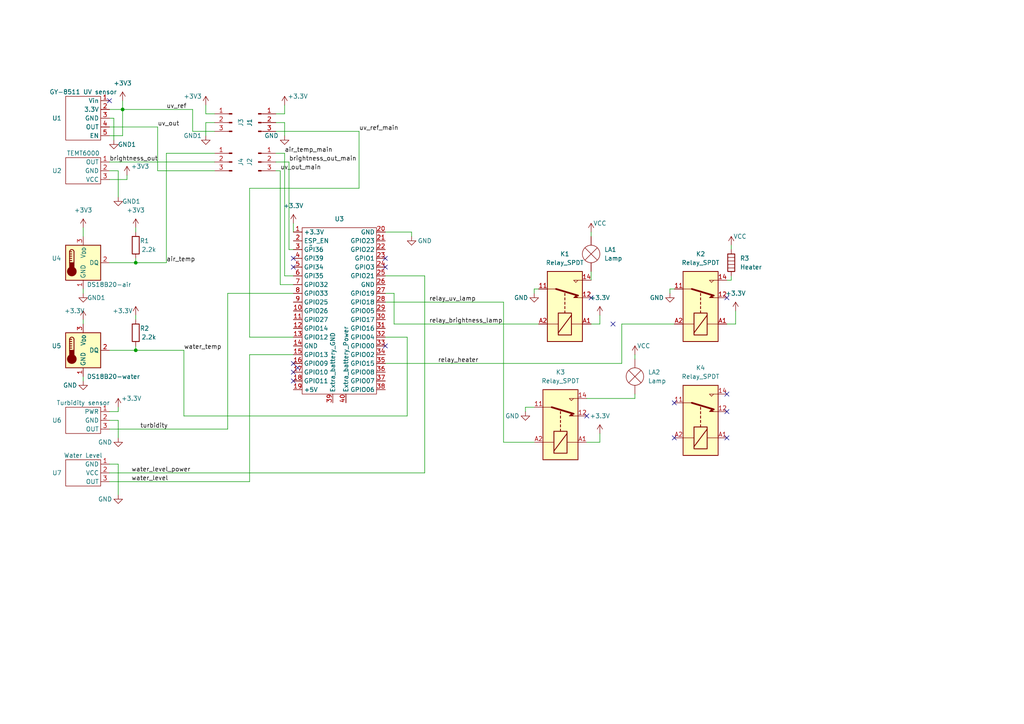
<source format=kicad_sch>
(kicad_sch (version 20230121) (generator eeschema)
  (paper "A4")
  (lib_symbols
    (symbol "Connector:Conn_01x03_Pin" (pin_names (offset 1.016) hide)
      (property "Reference" "J" (at 0 5.08 0))
      (property "Value" "Conn_01x03_Pin" (at 0 -5.08 0))
      (symbol "Conn_01x03_Pin_1_1"
        (polyline (pts (xy 1.27 -2.54) (xy 0.8636 -2.54)) (stroke (width 0.1524)))
        (polyline (pts (xy 1.27 0) (xy 0.8636 0)) (stroke (width 0.1524)))
        (polyline (pts (xy 1.27 2.54) (xy 0.8636 2.54)) (stroke (width 0.1524)))
        (rectangle (start 0.8636 -2.413) (end 0 -2.667) (stroke (width 0.1524)) (fill (type outline)))
        (rectangle (start 0.8636 0.127) (end 0 -0.127) (stroke (width 0.1524)) (fill (type outline)))
        (rectangle (start 0.8636 2.667) (end 0 2.413) (stroke (width 0.1524)) (fill (type outline)))
        (pin passive line (at 5.08 2.54 180) (length 3.81) (name "Pin_1") (number "1"))
        (pin passive line (at 5.08 0 180) (length 3.81) (name "Pin_2") (number "2"))
        (pin passive line (at 5.08 -2.54 180) (length 3.81) (name "Pin_3") (number "3"))
      )
    )
    (symbol "Device:Heater" (pin_numbers hide) (pin_names (offset 0))
      (property "Reference" "R" (at 2.032 0 90))
      (property "Value" "Heater" (at -2.032 0 90))
      (symbol "Heater_0_1"
        (rectangle (start -1.016 -2.54) (end 1.016 2.54) (stroke (width 0.254)))
        (polyline (pts (xy -1.016 1.524) (xy 1.016 1.524)))
        (polyline (pts (xy 1.016 -1.524) (xy -1.016 -1.524)))
        (polyline (pts (xy 1.016 -0.508) (xy -1.016 -0.508)))
        (polyline (pts (xy 1.016 0.508) (xy -1.016 0.508)))
      )
      (symbol "Heater_1_1"
        (pin passive line (at 0 3.81 270) (length 1.27) (name "~") (number "1"))
        (pin passive line (at 0 -3.81 90) (length 1.27) (name "~") (number "2"))
      )
    )
    (symbol "Device:Lamp" (pin_numbers hide) (pin_names (offset 0.0254) hide)
      (property "Reference" "LA" (at 0.635 3.81 0))
      (property "Value" "Lamp" (at 0.635 -3.81 0))
      (symbol "Lamp_0_1"
        (polyline (pts (xy -1.778 1.778) (xy 1.778 -1.778)))
        (polyline (pts (xy 1.778 1.778) (xy -1.778 -1.778)))
        (circle (center 0 0) (radius 2.54))
      )
      (symbol "Lamp_1_1"
        (pin passive line (at 0 -5.08 90) (length 2.54) (name "-") (number "1"))
        (pin passive line (at 0 5.08 270) (length 2.54) (name "+") (number "2"))
      )
    )
    (symbol "Device:R" (pin_numbers hide) (pin_names (offset 0))
      (property "Reference" "R" (at 2.032 0 90))
      (property "Value" "R" (at 0 0 90))
      (symbol "R_0_1"
        (rectangle (start -1.016 -2.54) (end 1.016 2.54) (stroke (width 0.254)))
      )
      (symbol "R_1_1"
        (pin passive line (at 0 3.81 270) (length 1.27) (name "~") (number "1"))
        (pin passive line (at 0 -3.81 90) (length 1.27) (name "~") (number "2"))
      )
    )
    (symbol "Diplomna:DFROBOT_-_SEN0189_-_turbidity_sensor"
      (property "Reference" "U" (at -3.81 2.54 0))
      (symbol "DFROBOT_-_SEN0189_-_turbidity_sensor_0_1"
        (rectangle (start -5.08 1.27) (end 5.08 -6.35))
      )
      (symbol "DFROBOT_-_SEN0189_-_turbidity_sensor_1_1"
        (pin power_in line (at 7.62 0 180) (length 2.54) (name "PWR") (number "1"))
        (pin power_in line (at 7.62 -2.54 180) (length 2.54) (name "GND") (number "2"))
        (pin output line (at 7.62 -5.08 180) (length 2.54) (name "OUT") (number "3"))
      )
    )
    (symbol "Diplomna:GY-8511_UV_sensor"
      (property "Reference" "U" (at 2.54 5.08 0))
      (symbol "GY-8511_UV_sensor_0_1"
        (rectangle (start 0 3.81) (end 10.16 -8.89))
      )
      (symbol "GY-8511_UV_sensor_1_1"
        (pin power_in line (at 12.7 2.54 180) (length 2.54) (name "Vin") (number "1"))
        (pin power_in line (at 12.7 0 180) (length 2.54) (name "3.3V") (number "2"))
        (pin power_in line (at 12.7 -2.54 180) (length 2.54) (name "GND") (number "3"))
        (pin output line (at 12.7 -5.08 180) (length 2.54) (name "OUT") (number "4"))
        (pin passive line (at 12.7 -7.62 180) (length 2.54) (name "EN") (number "5"))
      )
    )
    (symbol "Diplomna:TEMT6000"
      (property "Reference" "U" (at -5.08 5.08 0))
      (symbol "TEMT6000_0_0"
        (text "" (at 1.27 0 0) (effects (font (size 1.27 1.27))))
      )
      (symbol "TEMT6000_0_1"
        (rectangle (start -7.62 3.81) (end 2.54 -3.81))
      )
      (symbol "TEMT6000_1_1"
        (pin output line (at 5.08 2.54 180) (length 2.54) (name "OUT") (number "1"))
        (pin power_in line (at 5.08 0 180) (length 2.54) (name "GND") (number "2"))
        (pin power_in line (at 5.08 -2.54 180) (length 2.54) (name "VCC") (number "3"))
      )
    )
    (symbol "Diplomna:Water_Level_Sensor"
      (property "Reference" "U" (at -36.83 20.32 0))
      (symbol "Water_Level_Sensor_0_1"
        (rectangle (start -5.08 2.54) (end 5.08 -5.08))
      )
      (symbol "Water_Level_Sensor_1_1"
        (pin power_in line (at 7.62 1.27 180) (length 2.54) (name "GND") (number "1"))
        (pin power_in line (at 7.62 -1.27 180) (length 2.54) (name "VCC") (number "2"))
        (pin output line (at 7.62 -3.81 180) (length 2.54) (name "OUT") (number "3"))
      )
    )
    (symbol "Diplomna:olimex-esp32-devkit-lipo-d2"
      (property "Reference" "U" (at 0 6.35 0))
      (symbol "olimex-esp32-devkit-lipo-d2_0_1"
        (rectangle (start -2.54 5.08) (end 19.05 -43.18))
      )
      (symbol "olimex-esp32-devkit-lipo-d2_1_1"
        (pin power_out line (at -5.08 3.81 0) (length 2.54) (name "+3.3V") (number "1"))
        (pin bidirectional line (at -5.08 -19.05 0) (length 2.54) (name "GPIO26") (number "10"))
        (pin bidirectional line (at -5.08 -21.59 0) (length 2.54) (name "GPIO27") (number "11"))
        (pin bidirectional line (at -5.08 -24.13 0) (length 2.54) (name "GPIO14") (number "12"))
        (pin bidirectional line (at -5.08 -26.67 0) (length 2.54) (name "GPIO12") (number "13"))
        (pin power_out line (at -5.08 -29.21 0) (length 2.54) (name "GND") (number "14"))
        (pin bidirectional line (at -5.08 -31.75 0) (length 2.54) (name "GPIO13") (number "15"))
        (pin bidirectional line (at -5.08 -34.29 0) (length 2.54) (name "GPIO09") (number "16"))
        (pin bidirectional line (at -5.08 -36.83 0) (length 2.54) (name "GPIO10") (number "17"))
        (pin bidirectional line (at -5.08 -39.37 0) (length 2.54) (name "GPIO11") (number "18"))
        (pin power_out line (at -5.08 -41.91 0) (length 2.54) (name "+5V") (number "19"))
        (pin passive line (at -5.08 1.27 0) (length 2.54) (name "ESP_EN") (number "2"))
        (pin power_out line (at 21.59 3.81 180) (length 2.54) (name "GND") (number "20"))
        (pin bidirectional line (at 21.59 1.27 180) (length 2.54) (name "GPIO23") (number "21"))
        (pin bidirectional line (at 21.59 -1.27 180) (length 2.54) (name "GPIO22") (number "22"))
        (pin bidirectional line (at 21.59 -3.81 180) (length 2.54) (name "GPIO1") (number "23"))
        (pin bidirectional line (at 21.59 -6.35 180) (length 2.54) (name "GPIO3") (number "24"))
        (pin bidirectional line (at 21.59 -8.89 180) (length 2.54) (name "GPIO21") (number "25"))
        (pin power_out line (at 21.59 -11.43 180) (length 2.54) (name "GND") (number "26"))
        (pin bidirectional line (at 21.59 -13.97 180) (length 2.54) (name "GPIO19") (number "27"))
        (pin bidirectional line (at 21.59 -16.51 180) (length 2.54) (name "GPIO18") (number "28"))
        (pin bidirectional line (at 21.59 -19.05 180) (length 2.54) (name "GPIO05") (number "29"))
        (pin bidirectional line (at -5.08 -1.27 0) (length 2.54) (name "GPI36") (number "3"))
        (pin bidirectional line (at 21.59 -21.59 180) (length 2.54) (name "GPIO17") (number "30"))
        (pin bidirectional line (at 21.59 -24.13 180) (length 2.54) (name "GPIO16") (number "31"))
        (pin bidirectional line (at 21.59 -26.67 180) (length 2.54) (name "GPIO04") (number "32"))
        (pin bidirectional line (at 21.59 -29.21 180) (length 2.54) (name "GPIO00") (number "33"))
        (pin bidirectional line (at 21.59 -31.75 180) (length 2.54) (name "GPIO02") (number "34"))
        (pin bidirectional line (at 21.59 -34.29 180) (length 2.54) (name "GPIO15") (number "35"))
        (pin bidirectional line (at 21.59 -36.83 180) (length 2.54) (name "GPIO08") (number "36"))
        (pin bidirectional line (at 21.59 -39.37 180) (length 2.54) (name "GPIO07") (number "37"))
        (pin bidirectional line (at 21.59 -41.91 180) (length 2.54) (name "GPIO06") (number "38"))
        (pin power_in line (at 6.35 -45.72 90) (length 2.54) (name "Extra_battery_GND") (number "39"))
        (pin bidirectional line (at -5.08 -3.81 0) (length 2.54) (name "GPI39") (number "4"))
        (pin power_in line (at 10.16 -45.72 90) (length 2.54) (name "Extra_battery_Power") (number "40"))
        (pin bidirectional line (at -5.08 -6.35 0) (length 2.54) (name "GPI34") (number "5"))
        (pin bidirectional line (at -5.08 -8.89 0) (length 2.54) (name "GPI35") (number "6"))
        (pin bidirectional line (at -5.08 -11.43 0) (length 2.54) (name "GPIO32") (number "7"))
        (pin bidirectional line (at -5.08 -13.97 0) (length 2.54) (name "GPIO33") (number "8"))
        (pin bidirectional line (at -5.08 -16.51 0) (length 2.54) (name "GPIO25") (number "9"))
      )
    )
    (symbol "Relay:Relay_SPDT"
      (property "Reference" "K" (at 11.43 3.81 0))
      (property "Value" "Relay_SPDT" (at 11.43 1.27 0))
      (symbol "Relay_SPDT_0_0"
        (polyline (pts (xy 7.62 5.08) (xy 7.62 2.54) (xy 6.985 3.175) (xy 7.62 3.81)))
      )
      (symbol "Relay_SPDT_0_1"
        (rectangle (start -10.16 5.08) (end 10.16 -5.08) (stroke (width 0.254)) (fill (type background)))
        (rectangle (start -8.255 1.905) (end -1.905 -1.905) (stroke (width 0.254)))
        (polyline (pts (xy -7.62 -1.905) (xy -2.54 1.905)) (stroke (width 0.254)))
        (polyline (pts (xy -5.08 -5.08) (xy -5.08 -1.905)))
        (polyline (pts (xy -5.08 5.08) (xy -5.08 1.905)))
        (polyline (pts (xy -1.905 0) (xy -1.27 0)) (stroke (width 0.254)))
        (polyline (pts (xy -0.635 0) (xy 0 0)) (stroke (width 0.254)))
        (polyline (pts (xy 0.635 0) (xy 1.27 0)) (stroke (width 0.254)))
        (polyline (pts (xy 1.905 0) (xy 2.54 0)) (stroke (width 0.254)))
        (polyline (pts (xy 3.175 0) (xy 3.81 0)) (stroke (width 0.254)))
        (polyline (pts (xy 5.08 -2.54) (xy 3.175 3.81)) (stroke (width 0.508)))
        (polyline (pts (xy 5.08 -2.54) (xy 5.08 -5.08)))
        (polyline (pts (xy 2.54 5.08) (xy 2.54 2.54) (xy 3.175 3.175) (xy 2.54 3.81)) (fill (type outline)))
      )
      (symbol "Relay_SPDT_1_1"
        (pin passive line (at 5.08 -7.62 90) (length 2.54) (name "~") (number "11"))
        (pin passive line (at 2.54 7.62 270) (length 2.54) (name "~") (number "12"))
        (pin passive line (at 7.62 7.62 270) (length 2.54) (name "~") (number "14"))
        (pin passive line (at -5.08 7.62 270) (length 2.54) (name "~") (number "A1"))
        (pin passive line (at -5.08 -7.62 90) (length 2.54) (name "~") (number "A2"))
      )
    )
    (symbol "Sensor_Temperature:DS18B20"
      (property "Reference" "U" (at -3.81 6.35 0))
      (property "Value" "DS18B20" (at 6.35 6.35 0))
      (symbol "DS18B20_0_1"
        (rectangle (start -5.08 5.08) (end 5.08 -5.08) (stroke (width 0.254)) (fill (type background)))
        (circle (center -3.302 -2.54) (radius 1.27) (stroke (width 0.254)) (fill (type outline)))
        (rectangle (start -2.667 -1.905) (end -3.937 0) (stroke (width 0.254)) (fill (type outline)))
        (arc (start -2.667 3.175) (mid -3.302 3.8073) (end -3.937 3.175) (stroke (width 0.254)))
        (polyline (pts (xy -3.937 0.635) (xy -3.302 0.635)) (stroke (width 0.254)))
        (polyline (pts (xy -3.937 1.27) (xy -3.302 1.27)) (stroke (width 0.254)))
        (polyline (pts (xy -3.937 1.905) (xy -3.302 1.905)) (stroke (width 0.254)))
        (polyline (pts (xy -3.937 2.54) (xy -3.302 2.54)) (stroke (width 0.254)))
        (polyline (pts (xy -3.937 3.175) (xy -3.937 0)) (stroke (width 0.254)))
        (polyline (pts (xy -3.937 3.175) (xy -3.302 3.175)) (stroke (width 0.254)))
        (polyline (pts (xy -2.667 3.175) (xy -2.667 0)) (stroke (width 0.254)))
      )
      (symbol "DS18B20_1_1"
        (pin power_in line (at 0 -7.62 90) (length 2.54) (name "GND") (number "1"))
        (pin bidirectional line (at 7.62 0 180) (length 2.54) (name "DQ") (number "2"))
        (pin power_in line (at 0 7.62 270) (length 2.54) (name "V_{DD}") (number "3"))
      )
    )
    (symbol "esp32:GND" (power) (pin_names (offset 0))
      (property "Value" "GND" (at 0 -3.81 0))
      (symbol "GND_0_1"
        (polyline (pts (xy 0 0) (xy 0 -1.27) (xy 1.27 -1.27) (xy 0 -2.54) (xy -1.27 -1.27) (xy 0 -1.27)))
      )
      (symbol "GND_1_1"
        (pin power_in line (at 0 0 270) (length 0) hide (name "GND") (number "1"))
      )
    )
    (symbol "power:+3.3V" (power) (pin_names (offset 0))
      (property "Value" "+3.3V" (at 0 3.556 0))
      (symbol "+3.3V_0_1"
        (polyline (pts (xy -0.762 1.27) (xy 0 2.54)))
        (polyline (pts (xy 0 0) (xy 0 2.54)))
        (polyline (pts (xy 0 2.54) (xy 0.762 1.27)))
      )
      (symbol "+3.3V_1_1"
        (pin power_in line (at 0 0 90) (length 0) hide (name "+3.3V") (number "1"))
      )
    )
    (symbol "power:+3V3" (power) (pin_names (offset 0))
      (property "Value" "+3V3" (at 0 3.556 0))
      (symbol "+3V3_0_1"
        (polyline (pts (xy -0.762 1.27) (xy 0 2.54)))
        (polyline (pts (xy 0 0) (xy 0 2.54)))
        (polyline (pts (xy 0 2.54) (xy 0.762 1.27)))
      )
      (symbol "+3V3_1_1"
        (pin power_in line (at 0 0 90) (length 0) hide (name "+3V3") (number "1"))
      )
    )
    (symbol "power:GND1" (power) (pin_names (offset 0))
      (property "Value" "GND1" (at 0 -3.81 0))
      (symbol "GND1_0_1"
        (polyline (pts (xy 0 0) (xy 0 -1.27) (xy 1.27 -1.27) (xy 0 -2.54) (xy -1.27 -1.27) (xy 0 -1.27)))
      )
      (symbol "GND1_1_1"
        (pin power_in line (at 0 0 270) (length 0) hide (name "GND1") (number "1"))
      )
    )
    (symbol "power:VCC" (power) (pin_names (offset 0))
      (property "Value" "VCC" (at 0 3.81 0))
      (symbol "VCC_0_1"
        (polyline (pts (xy -0.762 1.27) (xy 0 2.54)))
        (polyline (pts (xy 0 0) (xy 0 2.54)))
        (polyline (pts (xy 0 2.54) (xy 0.762 1.27)))
      )
      (symbol "VCC_1_1"
        (pin power_in line (at 0 0 90) (length 0) hide (name "VCC") (number "1"))
      )
    )
  )
  (junction (at 35.56 31.75))
  (junction (at 39.37 76.2))
  (junction (at 39.37 101.6))
  (no_connect (at 86.36 106.68))
  (no_connect (at 210.82 114.3))
  (no_connect (at 177.8 93.98))
  (no_connect (at 210.82 127))
  (no_connect (at 111.76 74.93))
  (no_connect (at 31.75 29.21))
  (no_connect (at 111.76 77.47))
  (no_connect (at 171.45 86.36))
  (no_connect (at 85.09 105.41))
  (no_connect (at 111.76 100.33))
  (no_connect (at 85.09 107.95))
  (no_connect (at 85.09 77.47))
  (no_connect (at 195.58 127))
  (no_connect (at 85.09 74.93))
  (no_connect (at 210.82 119.38))
  (no_connect (at 210.82 86.36))
  (no_connect (at 195.58 116.84))
  (no_connect (at 85.09 110.49))
  (no_connect (at 170.18 120.65))
  (wire (pts (xy 171.45 78.74) (xy 171.45 81.28)))
  (wire (pts (xy 48.26 44.45) (xy 62.23 44.45)))
  (wire (pts (xy 36.83 52.07) (xy 36.83 50.8)))
  (wire (pts (xy 170.18 128.27) (xy 173.99 128.27)))
  (wire (pts (xy 35.56 39.37) (xy 35.56 31.75)))
  (wire (pts (xy 39.37 100.33) (xy 39.37 101.6)))
  (wire (pts (xy 80.01 38.1) (xy 104.14 38.1)))
  (wire (pts (xy 72.39 139.7) (xy 72.39 102.87)))
  (wire (pts (xy 118.11 97.79) (xy 118.11 120.65)))
  (wire (pts (xy 72.39 97.79) (xy 85.09 97.79)))
  (wire (pts (xy 24.13 83.82) (xy 24.13 85.09)))
  (wire (pts (xy 184.15 102.87) (xy 184.15 104.14)))
  (wire (pts (xy 45.72 49.53) (xy 62.23 49.53)))
  (wire (pts (xy 104.14 54.61) (xy 104.14 38.1)))
  (wire (pts (xy 31.75 46.99) (xy 62.23 46.99)))
  (wire (pts (xy 111.76 85.09) (xy 114.3 85.09)))
  (wire (pts (xy 180.34 105.41) (xy 180.34 93.98)))
  (wire (pts (xy 55.88 31.75) (xy 55.88 38.1)))
  (wire (pts (xy 66.04 85.09) (xy 85.09 85.09)))
  (wire (pts (xy 72.39 54.61) (xy 104.14 54.61)))
  (wire (pts (xy 35.56 29.21) (xy 35.56 31.75)))
  (wire (pts (xy 31.75 119.38) (xy 34.29 119.38)))
  (wire (pts (xy 82.55 80.01) (xy 82.55 44.45)))
  (wire (pts (xy 82.55 33.02) (xy 82.55 30.48)))
  (wire (pts (xy 39.37 74.93) (xy 39.37 76.2)))
  (wire (pts (xy 80.01 46.99) (xy 83.82 46.99)))
  (wire (pts (xy 80.01 33.02) (xy 82.55 33.02)))
  (wire (pts (xy 210.82 81.28) (xy 212.09 81.28)))
  (wire (pts (xy 154.94 85.09) (xy 154.94 83.82)))
  (wire (pts (xy 31.75 124.46) (xy 66.04 124.46)))
  (wire (pts (xy 111.76 87.63) (xy 146.05 87.63)))
  (wire (pts (xy 31.75 36.83) (xy 45.72 36.83)))
  (wire (pts (xy 31.75 52.07) (xy 36.83 52.07)))
  (wire (pts (xy 31.75 121.92) (xy 34.29 121.92)))
  (wire (pts (xy 39.37 91.44) (xy 39.37 92.71)))
  (wire (pts (xy 72.39 97.79) (xy 72.39 54.61)))
  (wire (pts (xy 152.4 118.11) (xy 154.94 118.11)))
  (wire (pts (xy 39.37 76.2) (xy 48.26 76.2)))
  (wire (pts (xy 62.23 38.1) (xy 55.88 38.1)))
  (wire (pts (xy 194.31 85.09) (xy 194.31 83.82)))
  (wire (pts (xy 83.82 46.99) (xy 83.82 72.39)))
  (wire (pts (xy 146.05 128.27) (xy 154.94 128.27)))
  (wire (pts (xy 34.29 134.62) (xy 34.29 143.51)))
  (wire (pts (xy 184.15 115.57) (xy 184.15 114.3)))
  (wire (pts (xy 81.28 82.55) (xy 85.09 82.55)))
  (wire (pts (xy 194.31 83.82) (xy 195.58 83.82)))
  (wire (pts (xy 111.76 97.79) (xy 118.11 97.79)))
  (wire (pts (xy 62.23 35.56) (xy 59.69 35.56)))
  (wire (pts (xy 33.02 34.29) (xy 33.02 40.64)))
  (wire (pts (xy 34.29 119.38) (xy 34.29 118.11)))
  (wire (pts (xy 53.34 120.65) (xy 53.34 101.6)))
  (wire (pts (xy 170.18 115.57) (xy 184.15 115.57)))
  (wire (pts (xy 66.04 124.46) (xy 66.04 85.09)))
  (wire (pts (xy 24.13 92.71) (xy 24.13 93.98)))
  (wire (pts (xy 212.09 71.12) (xy 212.09 72.39)))
  (wire (pts (xy 31.75 137.16) (xy 123.19 137.16)))
  (wire (pts (xy 62.23 33.02) (xy 59.69 33.02)))
  (wire (pts (xy 119.38 67.31) (xy 119.38 68.58)))
  (wire (pts (xy 210.82 93.98) (xy 213.36 93.98)))
  (wire (pts (xy 39.37 101.6) (xy 53.34 101.6)))
  (wire (pts (xy 85.09 64.77) (xy 85.09 67.31)))
  (wire (pts (xy 35.56 31.75) (xy 55.88 31.75)))
  (wire (pts (xy 24.13 109.22) (xy 24.13 110.49)))
  (wire (pts (xy 81.28 82.55) (xy 81.28 49.53)))
  (wire (pts (xy 171.45 67.31) (xy 171.45 68.58)))
  (wire (pts (xy 59.69 33.02) (xy 59.69 30.48)))
  (wire (pts (xy 31.75 139.7) (xy 72.39 139.7)))
  (wire (pts (xy 173.99 93.98) (xy 171.45 93.98)))
  (wire (pts (xy 180.34 93.98) (xy 195.58 93.98)))
  (wire (pts (xy 31.75 34.29) (xy 33.02 34.29)))
  (wire (pts (xy 154.94 83.82) (xy 156.21 83.82)))
  (wire (pts (xy 31.75 39.37) (xy 35.56 39.37)))
  (wire (pts (xy 39.37 76.2) (xy 31.75 76.2)))
  (wire (pts (xy 39.37 101.6) (xy 31.75 101.6)))
  (wire (pts (xy 72.39 102.87) (xy 85.09 102.87)))
  (wire (pts (xy 31.75 134.62) (xy 34.29 134.62)))
  (wire (pts (xy 34.29 49.53) (xy 31.75 49.53)))
  (wire (pts (xy 118.11 120.65) (xy 53.34 120.65)))
  (wire (pts (xy 173.99 128.27) (xy 173.99 125.73)))
  (wire (pts (xy 81.28 49.53) (xy 80.01 49.53)))
  (wire (pts (xy 114.3 93.98) (xy 156.21 93.98)))
  (wire (pts (xy 34.29 57.15) (xy 34.29 49.53)))
  (wire (pts (xy 80.01 44.45) (xy 82.55 44.45)))
  (wire (pts (xy 59.69 35.56) (xy 59.69 39.37)))
  (wire (pts (xy 80.01 35.56) (xy 82.55 35.56)))
  (wire (pts (xy 152.4 119.38) (xy 152.4 118.11)))
  (wire (pts (xy 48.26 76.2) (xy 48.26 44.45)))
  (wire (pts (xy 111.76 105.41) (xy 180.34 105.41)))
  (wire (pts (xy 82.55 80.01) (xy 85.09 80.01)))
  (wire (pts (xy 173.99 91.44) (xy 173.99 93.98)))
  (wire (pts (xy 34.29 121.92) (xy 34.29 127)))
  (wire (pts (xy 111.76 80.01) (xy 123.19 80.01)))
  (wire (pts (xy 31.75 31.75) (xy 35.56 31.75)))
  (wire (pts (xy 146.05 87.63) (xy 146.05 128.27)))
  (wire (pts (xy 212.09 81.28) (xy 212.09 80.01)))
  (wire (pts (xy 114.3 93.98) (xy 114.3 85.09)))
  (wire (pts (xy 83.82 72.39) (xy 85.09 72.39)))
  (wire (pts (xy 82.55 35.56) (xy 82.55 39.37)))
  (wire (pts (xy 123.19 137.16) (xy 123.19 80.01)))
  (wire (pts (xy 111.76 67.31) (xy 119.38 67.31)))
  (wire (pts (xy 213.36 93.98) (xy 213.36 90.17)))
  (wire (pts (xy 24.13 66.04) (xy 24.13 68.58)))
  (wire (pts (xy 39.37 66.04) (xy 39.37 67.31)))
  (wire (pts (xy 45.72 36.83) (xy 45.72 49.53)))
  (label "water_level" (at 38.1 139.7 0))
  (label "relay_heater" (at 127 105.41 0))
  (label "water_temp" (at 53.34 101.6 0))
  (label "air_temp_main" (at 82.55 44.45 0))
  (label "uv_out_main" (at 81.28 49.53 0))
  (label "brightness_out_main" (at 83.82 46.99 0))
  (label "uv_out" (at 45.72 36.83 0))
  (label "turbidity" (at 40.64 124.46 0))
  (label "uv_ref_main" (at 104.14 38.1 0))
  (label "air_temp" (at 48.26 76.2 0))
  (label "water_level_power" (at 38.1 137.16 0))
  (label "relay_uv_lamp" (at 124.46 87.63 0))
  (label "brightness_out" (at 31.75 46.99 0))
  (label "relay_brightness_lamp" (at 124.46 93.98 0))
  (label "uv_ref" (at 48.26 31.75 0))
  (symbol (lib_id "Diplomna:TEMT6000") (at 26.67 49.53 0) (unit 1)
    (property "Reference" "U2" (at 16.51 49.53 0))
    (property "Value" "TEMT6000" (at 24.13 44.45 0))
    (property "Footprint" "Diplomna:3pin_holes" (effects hide))
  )
  (symbol (lib_id "esp32:GND") (at 24.13 110.49 0) (mirror y) (unit 1)
    (property "Reference" "#PWR05" (effects hide))
    (property "Value" "GND" (at 20.32 111.76 0))
  )
  (symbol (lib_id "power:+3.3V") (at 24.13 92.71 0) (mirror y) (unit 1)
    (property "Reference" "#PWR04" (effects hide))
    (property "Value" "+3.3V" (at 21.59 90.17 0))
  )
  (symbol (lib_id "power:+3.3V") (at 39.37 91.44 0) (mirror y) (unit 1)
    (property "Reference" "#PWR06" (effects hide))
    (property "Value" "+3.3V" (at 35.56 90.17 0))
  )
  (symbol (lib_id "Relay:Relay_SPDT") (at 162.56 123.19 270) (mirror x) (unit 1) (on_board no)
    (property "Reference" "K3" (at 162.56 107.95 90))
    (property "Value" "Relay_SPDT" (at 162.56 110.49 90))
    (property "Footprint" "Diplomna:Relay" (effects hide))
  )
  (symbol (lib_id "esp32:GND") (at 152.4 119.38 0) (unit 1) (on_board no)
    (property "Reference" "#PWR028" (effects hide))
    (property "Value" "GND" (at 148.59 120.65 0))
  )
  (symbol (lib_id "power:+3V3") (at 36.83 50.8 0) (unit 1)
    (property "Reference" "#PWR010" (effects hide))
    (property "Value" "+3V3" (at 40.64 48.26 0))
  )
  (symbol (lib_id "esp32:GND") (at 194.31 85.09 0) (unit 1) (on_board no)
    (property "Reference" "#PWR029" (effects hide))
    (property "Value" "GND" (at 190.5 86.36 0))
  )
  (symbol (lib_id "power:+3.3V") (at 173.99 125.73 0) (unit 1) (on_board no)
    (property "Reference" "#PWR023" (effects hide))
    (property "Value" "+3.3V" (at 173.99 120.65 0))
  )
  (symbol (lib_id "power:+3V3") (at 35.56 29.21 0) (unit 1)
    (property "Reference" "#PWR011" (effects hide))
    (property "Value" "+3V3" (at 35.56 24.13 0))
  )
  (symbol (lib_id "power:GND1") (at 33.02 40.64 0) (unit 1)
    (property "Reference" "#PWR08" (effects hide))
    (property "Value" "GND1" (at 36.83 41.91 0))
  )
  (symbol (lib_id "esp32:GND") (at 34.29 143.51 0) (mirror y) (unit 1)
    (property "Reference" "#PWR015" (effects hide))
    (property "Value" "GND" (at 30.48 144.78 0))
  )
  (symbol (lib_id "esp32:GND") (at 82.55 39.37 0) (unit 1)
    (property "Reference" "#PWR016" (effects hide))
    (property "Value" "GND" (at 78.74 39.37 0))
  )
  (symbol (lib_id "Relay:Relay_SPDT") (at 163.83 88.9 270) (mirror x) (unit 1) (on_board no)
    (property "Reference" "K1" (at 163.83 73.66 90))
    (property "Value" "Relay_SPDT" (at 163.83 76.2 90))
    (property "Footprint" "Diplomna:Relay" (effects hide))
  )
  (symbol (lib_id "Connector:Conn_01x03_Pin") (at 67.31 35.56 0) (mirror y) (unit 1)
    (property "Reference" "J3" (at 69.85 35.56 90))
    (property "Value" "Conn_01x03_Pin" (effects hide))
    (property "Footprint" "Diplomna:connector_3p" (effects hide))
  )
  (symbol (lib_id "Device:Heater") (at 212.09 76.2 0) (unit 1) (on_board no)
    (property "Reference" "R3" (at 214.63 74.93 0) (effects (justify left)))
    (property "Value" "Heater" (at 214.63 77.47 0) (effects (justify left)))
    (property "Footprint" "Diplomna:Heater" (effects hide))
  )
  (symbol (lib_id "power:+3V3") (at 59.69 30.48 0) (mirror y) (unit 1)
    (property "Reference" "#PWR020" (effects hide))
    (property "Value" "+3V3" (at 55.88 27.94 0))
  )
  (symbol (lib_id "power:+3.3V") (at 213.36 90.17 0) (unit 1) (on_board no)
    (property "Reference" "#PWR021" (effects hide))
    (property "Value" "+3.3V" (at 213.36 85.09 0))
  )
  (symbol (lib_id "Device:Lamp") (at 184.15 109.22 0) (unit 1) (on_board no)
    (property "Reference" "LA2" (at 187.96 107.95 0) (effects (justify left)))
    (property "Value" "Lamp" (at 187.96 110.49 0) (effects (justify left)))
    (property "Footprint" "Diplomna:Lamp" (effects hide))
  )
  (symbol (lib_id "Diplomna:olimex-esp32-devkit-lipo-d2") (at 90.17 71.12 0) (unit 1)
    (property "Reference" "U3" (at 98.425 63.5 0))
    (property "Value" "~" (at 90.17 71.12 0))
    (property "Footprint" "Diplomna:MODULE_ESP32-DEVKITC" (effects hide))
  )
  (symbol (lib_id "Device:Lamp") (at 171.45 73.66 0) (unit 1) (on_board no)
    (property "Reference" "LA1" (at 175.26 72.39 0) (effects (justify left)))
    (property "Value" "Lamp" (at 175.26 74.93 0) (effects (justify left)))
    (property "Footprint" "Diplomna:Lamp" (effects hide))
  )
  (symbol (lib_id "Diplomna:Water_Level_Sensor") (at 24.13 135.89 0) (unit 1)
    (property "Reference" "U7" (at 16.51 137.16 0))
    (property "Value" "Water Level" (at 24.13 132.08 0))
    (property "Footprint" "Diplomna:3pin_holes" (effects hide))
  )
  (symbol (lib_id "power:GND1") (at 24.13 85.09 0) (unit 1)
    (property "Reference" "#PWR018" (effects hide))
    (property "Value" "GND1" (at 27.94 86.36 0))
  )
  (symbol (lib_id "Diplomna:GY-8511_UV_sensor") (at 19.05 31.75 0) (unit 1)
    (property "Reference" "U1" (at 16.51 34.29 0))
    (property "Value" "GY-8511 UV sensor" (at 24.13 26.67 0))
    (property "Footprint" "Diplomna:5pin_holes" (effects hide))
  )
  (symbol (lib_id "power:+3.3V") (at 34.29 118.11 0) (mirror y) (unit 1)
    (property "Reference" "#PWR013" (effects hide))
    (property "Value" "+3.3V" (at 38.1 115.57 0))
  )
  (symbol (lib_id "Device:R") (at 39.37 71.12 0) (mirror y) (unit 1)
    (property "Reference" "R1" (at 41.91 69.85 0))
    (property "Value" "2.2k" (at 43.18 72.39 0))
    (property "Footprint" "Resistor_THT:R_Axial_DIN0204_L3.6mm_D1.6mm_P7.62mm_Horizontal" (effects hide))
  )
  (symbol (lib_id "power:VCC") (at 171.45 67.31 0) (unit 1) (on_board no)
    (property "Reference" "#PWR024" (effects hide))
    (property "Value" "VCC" (at 173.99 64.77 0))
  )
  (symbol (lib_id "power:VCC") (at 184.15 102.87 0) (unit 1) (on_board no)
    (property "Reference" "#PWR026" (effects hide))
    (property "Value" "VCC" (at 186.69 100.33 0))
  )
  (symbol (lib_id "Relay:Relay_SPDT") (at 203.2 88.9 270) (mirror x) (unit 1) (on_board no)
    (property "Reference" "K2" (at 203.2 73.66 90))
    (property "Value" "Relay_SPDT" (at 203.2 76.2 90))
    (property "Footprint" "Diplomna:Relay" (effects hide))
  )
  (symbol (lib_id "esp32:GND") (at 119.38 68.58 0) (unit 1)
    (property "Reference" "#PWR012" (effects hide))
    (property "Value" "GND" (at 123.19 69.85 0))
  )
  (symbol (lib_id "power:+3.3V") (at 85.09 64.77 0) (unit 1)
    (property "Reference" "#PWR07" (effects hide))
    (property "Value" "+3.3V" (at 85.09 59.69 0))
  )
  (symbol (lib_id "Connector:Conn_01x03_Pin") (at 67.31 46.99 0) (mirror y) (unit 1)
    (property "Reference" "J4" (at 69.85 46.99 90))
    (property "Value" "Conn_01x03_Pin" (effects hide))
    (property "Footprint" "Diplomna:connector_3p" (effects hide))
  )
  (symbol (lib_id "power:+3.3V") (at 82.55 30.48 0) (unit 1)
    (property "Reference" "#PWR017" (effects hide))
    (property "Value" "+3.3V" (at 86.36 27.94 0))
  )
  (symbol (lib_id "power:GND1") (at 34.29 57.15 0) (unit 1)
    (property "Reference" "#PWR03" (effects hide))
    (property "Value" "GND1" (at 38.1 58.42 0))
  )
  (symbol (lib_id "Connector:Conn_01x03_Pin") (at 74.93 46.99 0) (unit 1)
    (property "Reference" "J2" (at 72.39 46.99 90))
    (property "Value" "Conn_01x03_Pin" (effects hide))
    (property "Footprint" "Diplomna:connector_3p" (effects hide))
  )
  (symbol (lib_id "Sensor_Temperature:DS18B20") (at 24.13 101.6 0) (unit 1)
    (property "Reference" "U5" (at 17.78 100.33 0) (effects (justify right)))
    (property "Value" "DS18B20-water" (at 40.64 109.22 0) (effects (justify right)))
    (property "Footprint" "Diplomna:DS18B20_3dmodel" (effects hide))
    (property "Datasheet" "http://datasheets.maximintegrated.com/en/ds/DS18B20.pdf" (effects hide))
  )
  (symbol (lib_id "esp32:GND") (at 34.29 127 0) (mirror y) (unit 1)
    (property "Reference" "#PWR014" (effects hide))
    (property "Value" "GND" (at 30.48 128.27 0))
  )
  (symbol (lib_id "power:+3V3") (at 39.37 66.04 0) (unit 1)
    (property "Reference" "#PWR02" (effects hide))
    (property "Value" "+3V3" (at 39.37 60.96 0))
  )
  (symbol (lib_id "power:VCC") (at 212.09 71.12 0) (unit 1) (on_board no)
    (property "Reference" "#PWR025" (effects hide))
    (property "Value" "VCC" (at 214.63 68.58 0))
  )
  (symbol (lib_id "power:+3.3V") (at 173.99 91.44 0) (unit 1) (on_board no)
    (property "Reference" "#PWR022" (effects hide))
    (property "Value" "+3.3V" (at 173.99 86.36 0))
  )
  (symbol (lib_id "power:GND1") (at 59.69 39.37 0) (mirror y) (unit 1)
    (property "Reference" "#PWR09" (effects hide))
    (property "Value" "GND1" (at 55.88 39.37 0))
  )
  (symbol (lib_id "esp32:GND") (at 154.94 85.09 0) (unit 1) (on_board no)
    (property "Reference" "#PWR019" (effects hide))
    (property "Value" "GND" (at 151.13 86.36 0))
  )
  (symbol (lib_id "power:+3V3") (at 24.13 66.04 0) (unit 1)
    (property "Reference" "#PWR01" (effects hide))
    (property "Value" "+3V3" (at 24.13 60.96 0))
  )
  (symbol (lib_id "Diplomna:DFROBOT_-_SEN0189_-_turbidity_sensor") (at 24.13 119.38 0) (unit 1)
    (property "Reference" "U6" (at 16.51 121.92 0))
    (property "Value" "Turbidity sensor" (at 24.13 116.84 0))
    (property "Footprint" "Diplomna:3pin_holes" (effects hide))
  )
  (symbol (lib_id "Connector:Conn_01x03_Pin") (at 74.93 35.56 0) (unit 1)
    (property "Reference" "J1" (at 72.39 35.56 90))
    (property "Value" "Conn_01x03_Pin" (effects hide))
    (property "Footprint" "Diplomna:connector_3p" (effects hide))
  )
  (symbol (lib_id "Device:R") (at 39.37 96.52 0) (mirror y) (unit 1)
    (property "Reference" "R2" (at 41.91 95.25 0))
    (property "Value" "2.2k" (at 43.18 97.79 0))
    (property "Footprint" "Resistor_THT:R_Axial_DIN0204_L3.6mm_D1.6mm_P7.62mm_Horizontal" (effects hide))
  )
  (symbol (lib_id "Sensor_Temperature:DS18B20") (at 24.13 76.2 0) (unit 1)
    (property "Reference" "U4" (at 17.78 74.93 0) (effects (justify right)))
    (property "Value" "DS18B20-air" (at 38.1 82.55 0) (effects (justify right)))
    (property "Footprint" "Diplomna:DS18B20_3dmodel" (effects hide))
    (property "Datasheet" "http://datasheets.maximintegrated.com/en/ds/DS18B20.pdf" (effects hide))
  )
  (symbol (lib_id "Relay:Relay_SPDT") (at 203.2 121.92 270) (mirror x) (unit 1) (on_board no)
    (property "Reference" "K4" (at 203.2 106.68 90))
    (property "Value" "Relay_SPDT" (at 203.2 109.22 90))
  )
)
</source>
